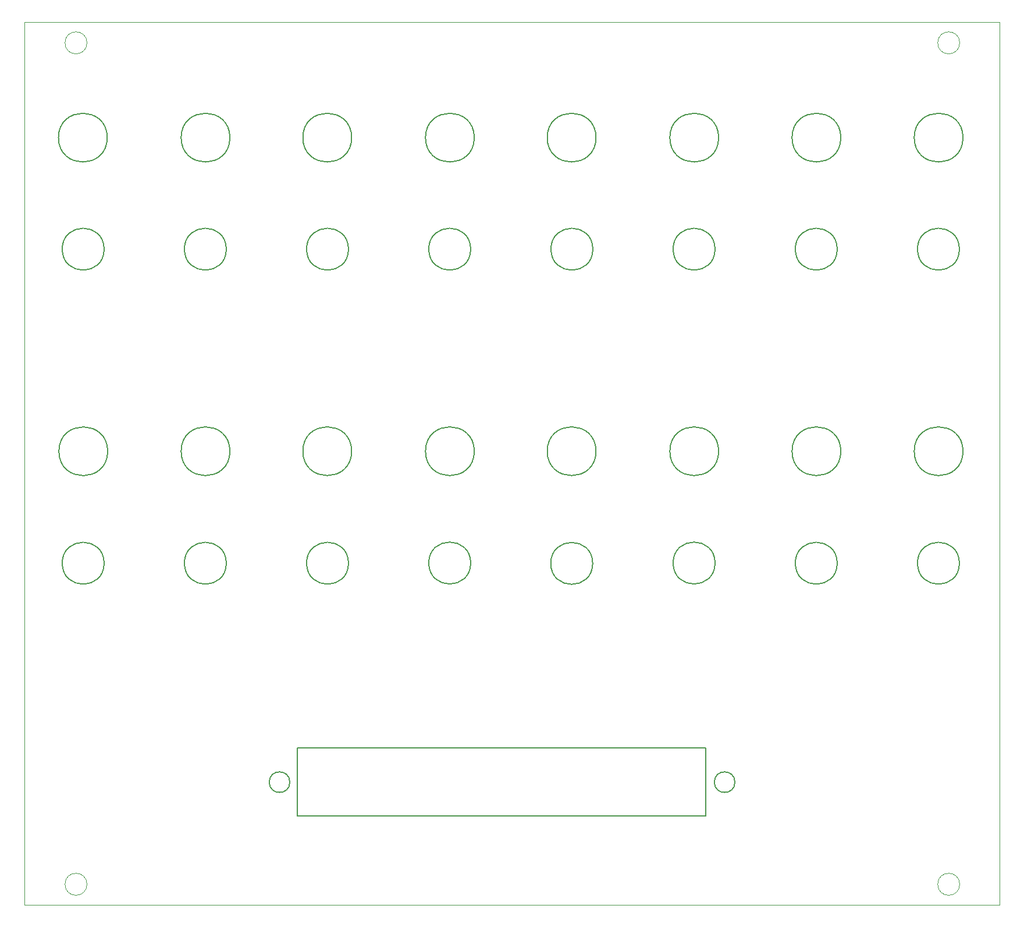
<source format=gbr>
G04 #@! TF.GenerationSoftware,KiCad,Pcbnew,(5.0.1-3-g963ef8bb5)*
G04 #@! TF.CreationDate,2020-08-17T14:29:48-04:00*
G04 #@! TF.ProjectId,Wave_Pool CV Input Front Panel,576176655F506F6F6C20435620496E70,rev?*
G04 #@! TF.SameCoordinates,Original*
G04 #@! TF.FileFunction,Profile,NP*
%FSLAX46Y46*%
G04 Gerber Fmt 4.6, Leading zero omitted, Abs format (unit mm)*
G04 Created by KiCad (PCBNEW (5.0.1-3-g963ef8bb5)) date Monday, August 17, 2020 at 02:29:48 PM*
%MOMM*%
%LPD*%
G01*
G04 APERTURE LIST*
%ADD10C,0.200000*%
%ADD11C,0.010000*%
G04 APERTURE END LIST*
D10*
X169395000Y-141380000D02*
G75*
G03X169395000Y-141380000I-1500000J0D01*
G01*
X104625000Y-141380000D02*
G75*
G03X104625000Y-141380000I-1500000J0D01*
G01*
X105751000Y-146296000D02*
X165187000Y-146296000D01*
X165187000Y-146296000D02*
X165187000Y-136390000D01*
X105751000Y-136390000D02*
X165187000Y-136390000D01*
X105751000Y-146296000D02*
X105751000Y-136390000D01*
D11*
X202100000Y-156250000D02*
G75*
G03X202100000Y-156250000I-1600000J0D01*
G01*
X202100000Y-33750000D02*
G75*
G03X202100000Y-33750000I-1600000J0D01*
G01*
X75100000Y-33750000D02*
G75*
G03X75100000Y-33750000I-1600000J0D01*
G01*
X75100000Y-156250000D02*
G75*
G03X75100000Y-156250000I-1600000J0D01*
G01*
D10*
X77600000Y-63783000D02*
G75*
G03X77600000Y-63783000I-3050000J0D01*
G01*
X202582500Y-47546000D02*
G75*
G03X202582500Y-47546000I-3550000J0D01*
G01*
X95902500Y-47546000D02*
G75*
G03X95902500Y-47546000I-3550000J0D01*
G01*
X131462500Y-47546000D02*
G75*
G03X131462500Y-47546000I-3550000J0D01*
G01*
X184802500Y-47546000D02*
G75*
G03X184802500Y-47546000I-3550000J0D01*
G01*
X167022500Y-47546000D02*
G75*
G03X167022500Y-47546000I-3550000J0D01*
G01*
X149179000Y-47546000D02*
G75*
G03X149179000Y-47546000I-3550000J0D01*
G01*
X113619000Y-47546000D02*
G75*
G03X113619000Y-47546000I-3550000J0D01*
G01*
X78051500Y-47546000D02*
G75*
G03X78051500Y-47546000I-3550000J0D01*
G01*
X202582500Y-93202500D02*
G75*
G03X202582500Y-93202500I-3550000J0D01*
G01*
X184802500Y-93202500D02*
G75*
G03X184802500Y-93202500I-3550000J0D01*
G01*
X167022500Y-93202500D02*
G75*
G03X167022500Y-93202500I-3550000J0D01*
G01*
X149179000Y-93202500D02*
G75*
G03X149179000Y-93202500I-3550000J0D01*
G01*
X131462500Y-93202500D02*
G75*
G03X131462500Y-93202500I-3550000J0D01*
G01*
X113619000Y-93202500D02*
G75*
G03X113619000Y-93202500I-3550000J0D01*
G01*
X95902500Y-93202500D02*
G75*
G03X95902500Y-93202500I-3550000J0D01*
G01*
X78116500Y-93210000D02*
G75*
G03X78116500Y-93210000I-3550000J0D01*
G01*
D11*
X66000000Y-159250000D02*
X207900000Y-159250000D01*
D10*
X202060000Y-63783000D02*
G75*
G03X202060000Y-63783000I-3050000J0D01*
G01*
X184280000Y-63783000D02*
G75*
G03X184280000Y-63783000I-3050000J0D01*
G01*
X166500000Y-63783000D02*
G75*
G03X166500000Y-63783000I-3050000J0D01*
G01*
X148720000Y-63783000D02*
G75*
G03X148720000Y-63783000I-3050000J0D01*
G01*
X130940000Y-63783000D02*
G75*
G03X130940000Y-63783000I-3050000J0D01*
G01*
X113160000Y-63783000D02*
G75*
G03X113160000Y-63783000I-3050000J0D01*
G01*
X95380000Y-63783000D02*
G75*
G03X95380000Y-63783000I-3050000J0D01*
G01*
X202060000Y-109503000D02*
G75*
G03X202060000Y-109503000I-3050000J0D01*
G01*
X184280000Y-109503000D02*
G75*
G03X184280000Y-109503000I-3050000J0D01*
G01*
X113160000Y-109503000D02*
G75*
G03X113160000Y-109503000I-3050000J0D01*
G01*
X166500000Y-109477600D02*
G75*
G03X166500000Y-109477600I-3050000J0D01*
G01*
X148694600Y-109528400D02*
G75*
G03X148694600Y-109528400I-3050000J0D01*
G01*
X130940000Y-109477600D02*
G75*
G03X130940000Y-109477600I-3050000J0D01*
G01*
X95380000Y-109503000D02*
G75*
G03X95380000Y-109503000I-3050000J0D01*
G01*
X77600106Y-109503000D02*
G75*
G03X77600106Y-109503000I-3050000J0D01*
G01*
D11*
X66000000Y-30750000D02*
X66000000Y-159250000D01*
X66000000Y-30750000D02*
X207900000Y-30750000D01*
X207900000Y-159250000D02*
X207900000Y-30750000D01*
M02*

</source>
